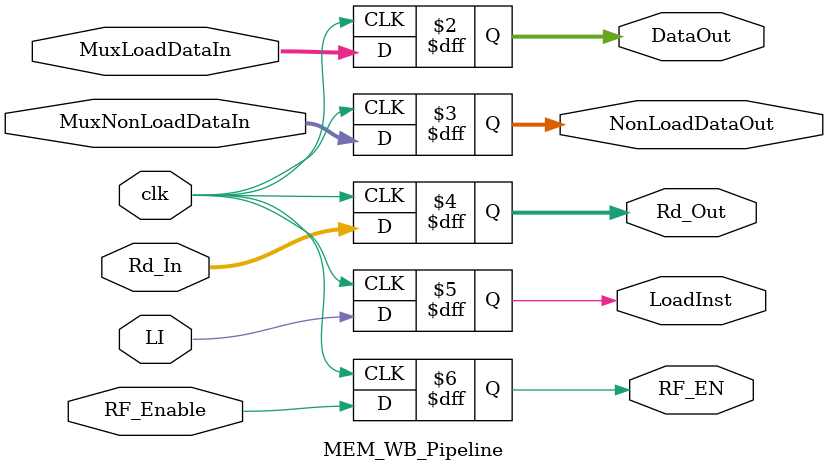
<source format=v>
module MEM_WB_Pipeline(output reg [31:0]DataOut, output reg [31:0]NonLoadDataOut, output reg [3:0]Rd_Out, output reg LoadInst, output reg RF_EN, input [31:0]MuxLoadDataIn, input [31:0]MuxNonLoadDataIn, input [3:0]Rd_In, input LI, input RF_Enable, clk);

always @(posedge clk)
begin
    DataOut <= MuxLoadDataIn;
    NonLoadDataOut <= MuxNonLoadDataIn;
    Rd_Out <= Rd_In;
    LoadInst <= LI;
    RF_EN <= RF_Enable;
end

endmodule
</source>
